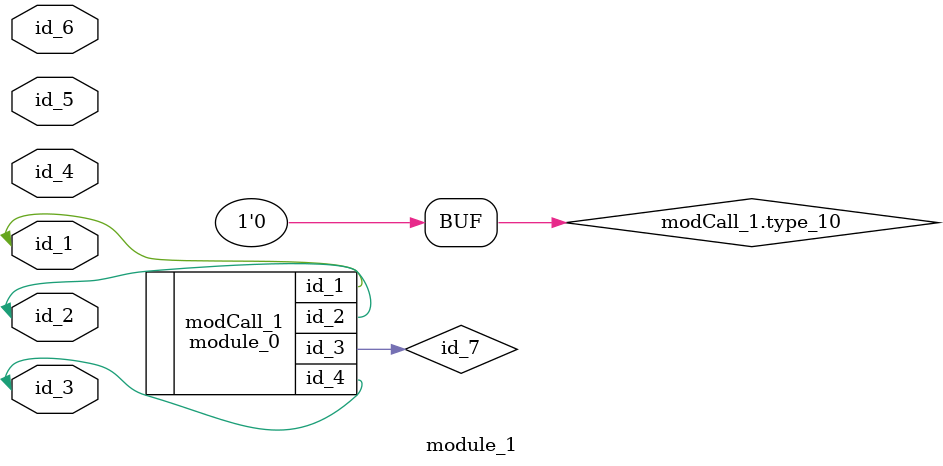
<source format=v>
module module_0 (
    id_1,
    id_2,
    id_3,
    id_4
);
  output wire id_4;
  inout wire id_3;
  inout wire id_2;
  output wire id_1;
  reg id_5;
  reg id_6;
  assign id_4 = id_3;
  wand id_7;
  reg  id_8;
  initial id_6 <= id_8;
  assign id_7 = id_7 == 1;
  assign id_6 = 1;
  assign id_5 = id_6;
endmodule
module module_1 (
    id_1,
    id_2,
    id_3,
    id_4,
    id_5,
    id_6
);
  input wire id_6;
  input wire id_5;
  input wire id_4;
  inout wire id_3;
  inout wire id_2;
  inout wire id_1;
  wire id_7;
  module_0 modCall_1 (
      id_1,
      id_2,
      id_7,
      id_3
  );
  assign modCall_1.type_10 = 0;
  wire id_8;
endmodule

</source>
